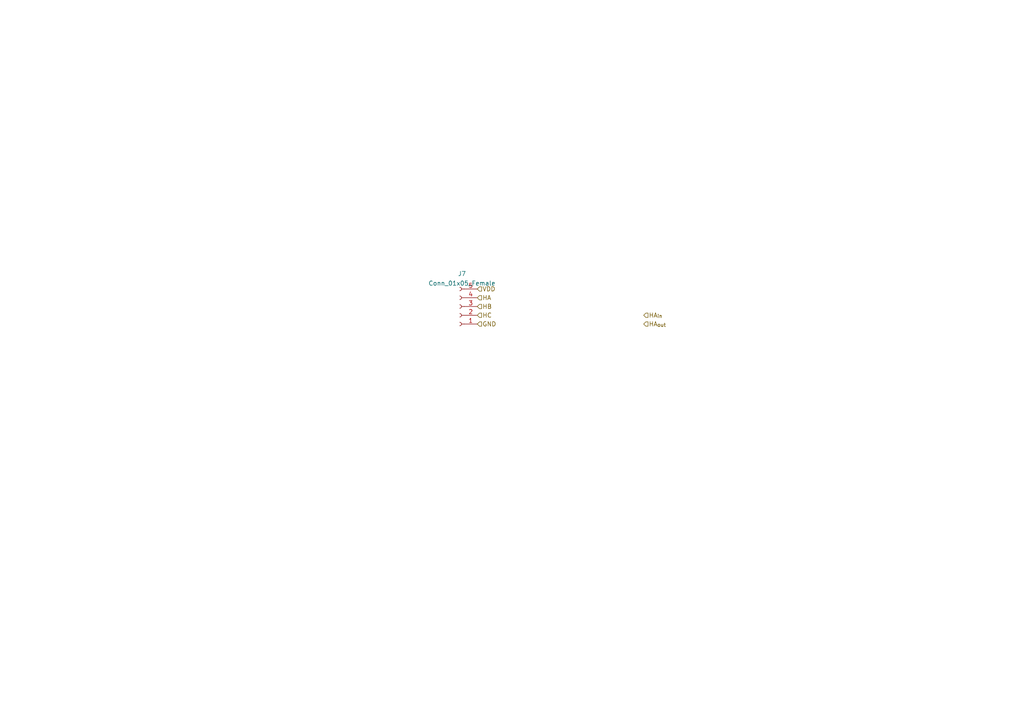
<source format=kicad_sch>
(kicad_sch (version 20211123) (generator eeschema)
  (paper "A4")
  (lib_symbols
    (symbol "Connector:Conn_01x05_Female" (pin_names (offset 1.016) hide)
      (property "Reference" "J" (at 0 7.62 0))
      (property "Value" "Conn_01x05_Female" (at 0 -7.62 0))
      (symbol "Conn_01x05_Female_1_1"
        (arc (start 0 -4.572) (mid -0.508 -5.08) (end 0 -5.588) (stroke (width 0.1524)))
        (arc (start 0 -2.032) (mid -0.508 -2.54) (end 0 -3.048) (stroke (width 0.1524)))
        (polyline (pts (xy -1.27 -5.08) (xy -0.508 -5.08)) (stroke (width 0.1524)))
        (polyline (pts (xy -1.27 -2.54) (xy -0.508 -2.54)) (stroke (width 0.1524)))
        (polyline (pts (xy -1.27 0) (xy -0.508 0)) (stroke (width 0.1524)))
        (polyline (pts (xy -1.27 2.54) (xy -0.508 2.54)) (stroke (width 0.1524)))
        (polyline (pts (xy -1.27 5.08) (xy -0.508 5.08)) (stroke (width 0.1524)))
        (arc (start 0 0.508) (mid -0.508 0) (end 0 -0.508) (stroke (width 0.1524)))
        (arc (start 0 3.048) (mid -0.508 2.54) (end 0 2.032) (stroke (width 0.1524)))
        (arc (start 0 5.588) (mid -0.508 5.08) (end 0 4.572) (stroke (width 0.1524)))
        (pin passive line (at -5.08 5.08 0) (length 3.81) (name "Pin_1") (number "1"))
        (pin passive line (at -5.08 2.54 0) (length 3.81) (name "Pin_2") (number "2"))
        (pin passive line (at -5.08 0 0) (length 3.81) (name "Pin_3") (number "3"))
        (pin passive line (at -5.08 -2.54 0) (length 3.81) (name "Pin_4") (number "4"))
        (pin passive line (at -5.08 -5.08 0) (length 3.81) (name "Pin_5") (number "5"))
      )
    )
  )
  (hierarchical_label "HA_{out}" (shape input) (at 186.69 93.98 0))
  (hierarchical_label "HB" (shape input) (at 138.43 88.9 0))
  (hierarchical_label "HA" (shape input) (at 138.43 86.36 0))
  (hierarchical_label "VDD" (shape input) (at 138.43 83.82 0))
  (hierarchical_label "HA_{in}" (shape input) (at 186.69 91.44 0))
  (hierarchical_label "HC" (shape input) (at 138.43 91.44 0))
  (hierarchical_label "GND" (shape input) (at 138.43 93.98 0))
  (symbol (lib_id "Connector:Conn_01x05_Female") (at 133.35 88.9 180)
    (property "Reference" "J7" (at 133.985 79.3963 0))
    (property "Value" "Conn_01x05_Female" (at 133.985 82.1714 0))
    (property "Footprint" "Connector_PinSocket_2.54mm:PinSocket_1x05_P2.54mm_Vertical" (effects hide))
  )
)
</source>
